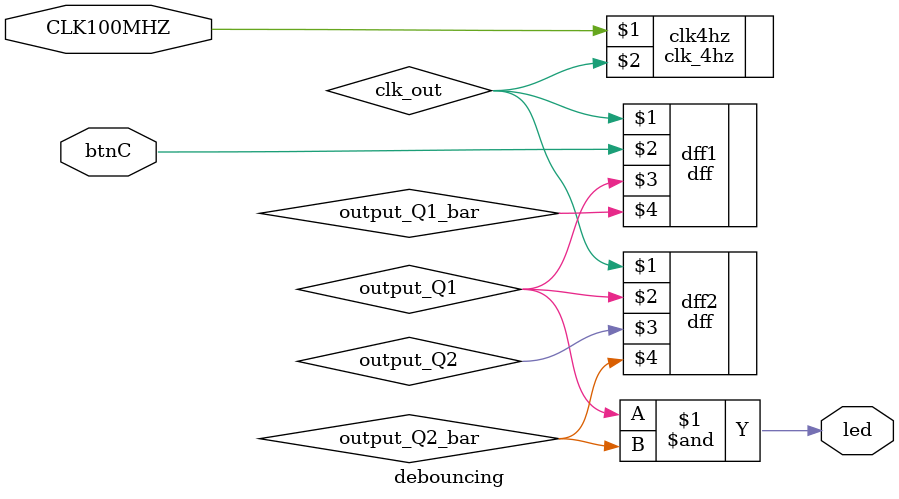
<source format=v>
`timescale 1ns / 1ps

module debouncing(input CLK100MHZ, input btnC, output led);
    
wire clk_out;       // output from clk divider - 4hz clock freq
//reg on_off;         // register for storing on/off status

wire output_Q1; 
wire output_Q1_bar;
wire output_Q2; 
wire output_Q2_bar;

clk_4hz clk4hz (CLK100MHZ, clk_out); // instantiate clock divider module 


dff dff1(clk_out, btnC, output_Q1, output_Q1_bar);
dff dff2(clk_out, output_Q1, output_Q2, output_Q2_bar);

assign led = output_Q1 & output_Q2_bar; 

endmodule

</source>
